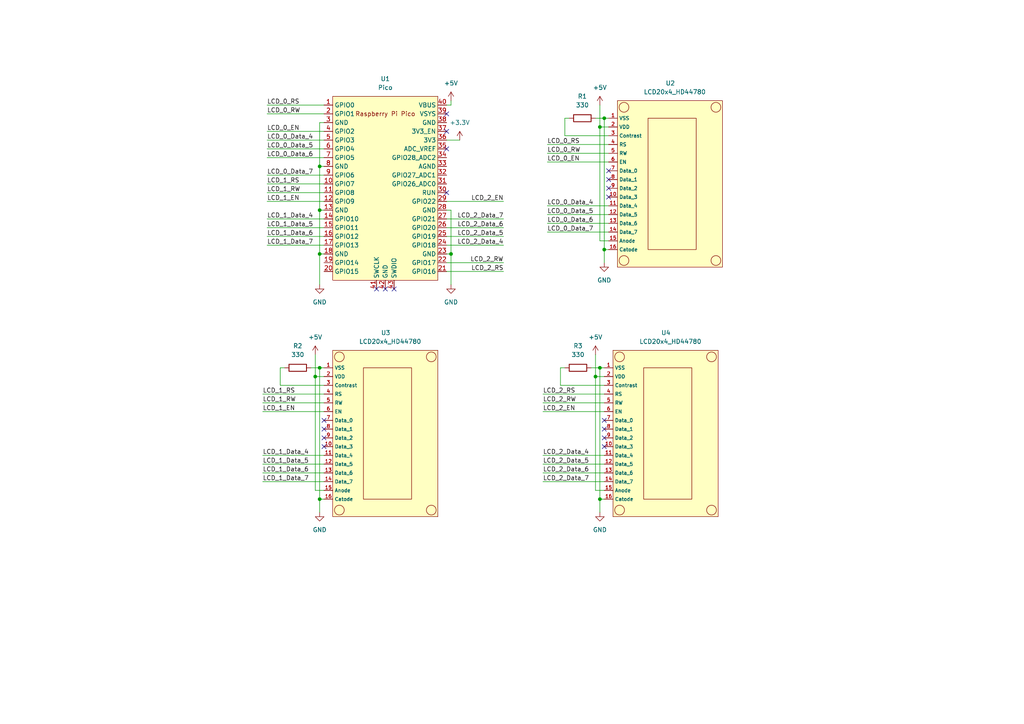
<source format=kicad_sch>
(kicad_sch (version 20211123) (generator eeschema)
  (paper "A4")
  (title_block (title "LCD Demo") (date "2023-01-26") (rev "V1.0") (company "Ant Tech") (comment 1 "Prototype"))
  (lib_symbols
    (symbol "Device:R" (pin_numbers hide) (pin_names (offset 0))
      (property "Reference" "R" (at 2.032 0 90))
      (property "Value" "R" (at 0 0 90))
      (symbol "R_0_1"
        (rectangle (start -1.016 -2.54) (end 1.016 2.54) (stroke (width 0.254)))
      )
      (symbol "R_1_1"
        (pin passive line (at 0 3.81 270) (length 1.27) (name "~") (number "1"))
        (pin passive line (at 0 -3.81 90) (length 1.27) (name "~") (number "2"))
      )
    )
    (symbol "HD44780:LCD20x4_HD44780"
      (property "Reference" "U" (at 0 27.94 0))
      (property "Value" "LCD20x4_HD44780" (at 0 25.4 0))
      (symbol "LCD20x4_HD44780_0_0"
        (pin bidirectional line (at -17.78 19.05 0) (length 2.54) (name "VSS") (number "1"))
        (pin bidirectional line (at -17.78 -3.81 0) (length 2.54) (name "Data_3") (number "10"))
        (pin bidirectional line (at -17.78 -6.35 0) (length 2.54) (name "Data_4") (number "11"))
        (pin bidirectional line (at -17.78 -8.89 0) (length 2.54) (name "Data_5") (number "12"))
        (pin bidirectional line (at -17.78 -11.43 0) (length 2.54) (name "Data_6") (number "13"))
        (pin bidirectional line (at -17.78 -13.97 0) (length 2.54) (name "Data_7") (number "14"))
        (pin bidirectional line (at -17.78 -16.51 0) (length 2.54) (name "Anode") (number "15"))
        (pin bidirectional line (at -17.78 -19.05 0) (length 2.54) (name "Catode") (number "16"))
        (pin bidirectional line (at -17.78 16.51 0) (length 2.54) (name "VDD") (number "2"))
        (pin bidirectional line (at -17.78 13.97 0) (length 2.54) (name "Contrast") (number "3"))
        (pin bidirectional line (at -17.78 11.43 0) (length 2.54) (name "RS") (number "4"))
        (pin bidirectional line (at -17.78 8.89 0) (length 2.54) (name "RW") (number "5"))
        (pin bidirectional line (at -17.78 6.35 0) (length 2.54) (name "EN") (number "6"))
        (pin bidirectional line (at -17.78 3.81 0) (length 2.54) (name "Data_0") (number "7"))
        (pin bidirectional line (at -17.78 1.27 0) (length 2.54) (name "Data_1") (number "8"))
        (pin bidirectional line (at -17.78 -1.27 0) (length 2.54) (name "Data_2") (number "9"))
      )
      (symbol "LCD20x4_HD44780_0_1"
        (rectangle (start -15.24 24.13) (end 15.24 -24.13) (fill (type background)))
        (circle (center -13.335 -22.225) (radius 1.4199))
        (circle (center -13.335 22.225) (radius 1.4199))
        (rectangle (start -6.35 19.05) (end 7.62 -19.05))
        (circle (center 13.335 -22.225) (radius 1.4199))
        (circle (center 13.335 22.225) (radius 1.4199))
      )
    )
    (symbol "MCU_RaspberryPi_and_Boards:Pico"
      (property "Reference" "U" (at -13.97 27.94 0))
      (property "Value" "Pico" (at 0 19.05 0))
      (symbol "Pico_0_0"
        (text "Raspberry Pi Pico" (at 0 21.59 0) (effects (font (size 1.27 1.27))))
      )
      (symbol "Pico_0_1"
        (rectangle (start -15.24 26.67) (end 15.24 -26.67) (fill (type background)))
      )
      (symbol "Pico_1_1"
        (pin bidirectional line (at -17.78 24.13 0) (length 2.54) (name "GPIO0") (number "1"))
        (pin bidirectional line (at -17.78 1.27 0) (length 2.54) (name "GPIO7") (number "10"))
        (pin bidirectional line (at -17.78 -1.27 0) (length 2.54) (name "GPIO8") (number "11"))
        (pin bidirectional line (at -17.78 -3.81 0) (length 2.54) (name "GPIO9") (number "12"))
        (pin power_in line (at -17.78 -6.35 0) (length 2.54) (name "GND") (number "13"))
        (pin bidirectional line (at -17.78 -8.89 0) (length 2.54) (name "GPIO10") (number "14"))
        (pin bidirectional line (at -17.78 -11.43 0) (length 2.54) (name "GPIO11") (number "15"))
        (pin bidirectional line (at -17.78 -13.97 0) (length 2.54) (name "GPIO12") (number "16"))
        (pin bidirectional line (at -17.78 -16.51 0) (length 2.54) (name "GPIO13") (number "17"))
        (pin power_in line (at -17.78 -19.05 0) (length 2.54) (name "GND") (number "18"))
        (pin bidirectional line (at -17.78 -21.59 0) (length 2.54) (name "GPIO14") (number "19"))
        (pin bidirectional line (at -17.78 21.59 0) (length 2.54) (name "GPIO1") (number "2"))
        (pin bidirectional line (at -17.78 -24.13 0) (length 2.54) (name "GPIO15") (number "20"))
        (pin bidirectional line (at 17.78 -24.13 180) (length 2.54) (name "GPIO16") (number "21"))
        (pin bidirectional line (at 17.78 -21.59 180) (length 2.54) (name "GPIO17") (number "22"))
        (pin power_in line (at 17.78 -19.05 180) (length 2.54) (name "GND") (number "23"))
        (pin bidirectional line (at 17.78 -16.51 180) (length 2.54) (name "GPIO18") (number "24"))
        (pin bidirectional line (at 17.78 -13.97 180) (length 2.54) (name "GPIO19") (number "25"))
        (pin bidirectional line (at 17.78 -11.43 180) (length 2.54) (name "GPIO20") (number "26"))
        (pin bidirectional line (at 17.78 -8.89 180) (length 2.54) (name "GPIO21") (number "27"))
        (pin power_in line (at 17.78 -6.35 180) (length 2.54) (name "GND") (number "28"))
        (pin bidirectional line (at 17.78 -3.81 180) (length 2.54) (name "GPIO22") (number "29"))
        (pin power_in line (at -17.78 19.05 0) (length 2.54) (name "GND") (number "3"))
        (pin input line (at 17.78 -1.27 180) (length 2.54) (name "RUN") (number "30"))
        (pin bidirectional line (at 17.78 1.27 180) (length 2.54) (name "GPIO26_ADC0") (number "31"))
        (pin bidirectional line (at 17.78 3.81 180) (length 2.54) (name "GPIO27_ADC1") (number "32"))
        (pin power_in line (at 17.78 6.35 180) (length 2.54) (name "AGND") (number "33"))
        (pin bidirectional line (at 17.78 8.89 180) (length 2.54) (name "GPIO28_ADC2") (number "34"))
        (pin power_in line (at 17.78 11.43 180) (length 2.54) (name "ADC_VREF") (number "35"))
        (pin power_in line (at 17.78 13.97 180) (length 2.54) (name "3V3") (number "36"))
        (pin input line (at 17.78 16.51 180) (length 2.54) (name "3V3_EN") (number "37"))
        (pin bidirectional line (at 17.78 19.05 180) (length 2.54) (name "GND") (number "38"))
        (pin power_in line (at 17.78 21.59 180) (length 2.54) (name "VSYS") (number "39"))
        (pin bidirectional line (at -17.78 16.51 0) (length 2.54) (name "GPIO2") (number "4"))
        (pin power_in line (at 17.78 24.13 180) (length 2.54) (name "VBUS") (number "40"))
        (pin input line (at -2.54 -29.21 90) (length 2.54) (name "SWCLK") (number "41"))
        (pin power_in line (at 0 -29.21 90) (length 2.54) (name "GND") (number "42"))
        (pin bidirectional line (at 2.54 -29.21 90) (length 2.54) (name "SWDIO") (number "43"))
        (pin bidirectional line (at -17.78 13.97 0) (length 2.54) (name "GPIO3") (number "5"))
        (pin bidirectional line (at -17.78 11.43 0) (length 2.54) (name "GPIO4") (number "6"))
        (pin bidirectional line (at -17.78 8.89 0) (length 2.54) (name "GPIO5") (number "7"))
        (pin power_in line (at -17.78 6.35 0) (length 2.54) (name "GND") (number "8"))
        (pin bidirectional line (at -17.78 3.81 0) (length 2.54) (name "GPIO6") (number "9"))
      )
    )
    (symbol "power:+3.3V" (power) (pin_names (offset 0))
      (property "Value" "+3.3V" (at 0 3.556 0))
      (symbol "+3.3V_0_1"
        (polyline (pts (xy -0.762 1.27) (xy 0 2.54)))
        (polyline (pts (xy 0 0) (xy 0 2.54)))
        (polyline (pts (xy 0 2.54) (xy 0.762 1.27)))
      )
      (symbol "+3.3V_1_1"
        (pin power_in line (at 0 0 90) (length 0) hide (name "+3.3V") (number "1"))
      )
    )
    (symbol "power:+5V" (power) (pin_names (offset 0))
      (property "Value" "+5V" (at 0 3.556 0))
      (symbol "+5V_0_1"
        (polyline (pts (xy -0.762 1.27) (xy 0 2.54)))
        (polyline (pts (xy 0 0) (xy 0 2.54)))
        (polyline (pts (xy 0 2.54) (xy 0.762 1.27)))
      )
      (symbol "+5V_1_1"
        (pin power_in line (at 0 0 90) (length 0) hide (name "+5V") (number "1"))
      )
    )
    (symbol "power:GND" (power) (pin_names (offset 0))
      (property "Value" "GND" (at 0 -3.81 0))
      (symbol "GND_0_1"
        (polyline (pts (xy 0 0) (xy 0 -1.27) (xy 1.27 -1.27) (xy 0 -2.54) (xy -1.27 -1.27) (xy 0 -1.27)))
      )
      (symbol "GND_1_1"
        (pin power_in line (at 0 0 270) (length 0) hide (name "GND") (number "1"))
      )
    )
  )
  (junction (at 173.99 144.78))
  (junction (at 92.71 144.78))
  (junction (at 92.71 48.26))
  (junction (at 91.44 109.22))
  (junction (at 173.99 106.68))
  (junction (at 175.26 72.39))
  (junction (at 175.26 34.29))
  (junction (at 173.99 36.83))
  (junction (at 172.72 109.22))
  (junction (at 130.81 73.66))
  (junction (at 92.71 73.66))
  (junction (at 92.71 60.96))
  (junction (at 92.71 106.68))
  (no_connect (at 129.54 33.02))
  (no_connect (at 114.3 83.82))
  (no_connect (at 109.22 83.82))
  (no_connect (at 175.26 129.54))
  (no_connect (at 129.54 38.1))
  (no_connect (at 129.54 43.18))
  (no_connect (at 93.98 121.92))
  (no_connect (at 93.98 129.54))
  (no_connect (at 93.98 124.46))
  (no_connect (at 176.53 49.53))
  (no_connect (at 175.26 124.46))
  (no_connect (at 175.26 121.92))
  (no_connect (at 175.26 127))
  (no_connect (at 129.54 55.88))
  (no_connect (at 176.53 52.07))
  (no_connect (at 176.53 54.61))
  (no_connect (at 93.98 127))
  (no_connect (at 111.76 83.82))
  (no_connect (at 176.53 57.15))
  (wire (pts (xy 77.47 40.64) (xy 93.98 40.64)))
  (wire (pts (xy 76.2 137.16) (xy 93.98 137.16)))
  (wire (pts (xy 162.56 106.68) (xy 162.56 111.76)))
  (wire (pts (xy 173.99 106.68) (xy 175.26 106.68)))
  (wire (pts (xy 130.81 30.48) (xy 130.81 29.21)))
  (wire (pts (xy 77.47 55.88) (xy 93.98 55.88)))
  (wire (pts (xy 76.2 134.62) (xy 93.98 134.62)))
  (wire (pts (xy 158.75 59.69) (xy 176.53 59.69)))
  (wire (pts (xy 157.48 114.3) (xy 175.26 114.3)))
  (wire (pts (xy 158.75 44.45) (xy 176.53 44.45)))
  (wire (pts (xy 76.2 114.3) (xy 93.98 114.3)))
  (wire (pts (xy 77.47 38.1) (xy 93.98 38.1)))
  (wire (pts (xy 175.26 76.2) (xy 175.26 72.39)))
  (wire (pts (xy 175.26 72.39) (xy 175.26 34.29)))
  (wire (pts (xy 92.71 73.66) (xy 93.98 73.66)))
  (wire (pts (xy 129.54 66.04) (xy 146.05 66.04)))
  (wire (pts (xy 171.45 106.68) (xy 173.99 106.68)))
  (wire (pts (xy 173.99 144.78) (xy 173.99 106.68)))
  (wire (pts (xy 157.48 139.7) (xy 175.26 139.7)))
  (wire (pts (xy 92.71 106.68) (xy 93.98 106.68)))
  (wire (pts (xy 92.71 73.66) (xy 92.71 82.55)))
  (wire (pts (xy 129.54 73.66) (xy 130.81 73.66)))
  (wire (pts (xy 157.48 116.84) (xy 175.26 116.84)))
  (wire (pts (xy 77.47 58.42) (xy 93.98 58.42)))
  (wire (pts (xy 130.81 60.96) (xy 129.54 60.96)))
  (wire (pts (xy 129.54 63.5) (xy 146.05 63.5)))
  (wire (pts (xy 92.71 60.96) (xy 92.71 73.66)))
  (wire (pts (xy 162.56 111.76) (xy 175.26 111.76)))
  (wire (pts (xy 173.99 144.78) (xy 175.26 144.78)))
  (wire (pts (xy 163.83 106.68) (xy 162.56 106.68)))
  (wire (pts (xy 173.99 69.85) (xy 176.53 69.85)))
  (wire (pts (xy 172.72 34.29) (xy 175.26 34.29)))
  (wire (pts (xy 175.26 34.29) (xy 176.53 34.29)))
  (wire (pts (xy 129.54 58.42) (xy 146.05 58.42)))
  (wire (pts (xy 163.83 34.29) (xy 163.83 39.37)))
  (wire (pts (xy 90.17 106.68) (xy 92.71 106.68)))
  (wire (pts (xy 82.55 106.68) (xy 81.28 106.68)))
  (wire (pts (xy 129.54 30.48) (xy 130.81 30.48)))
  (wire (pts (xy 130.81 73.66) (xy 130.81 60.96)))
  (wire (pts (xy 91.44 142.24) (xy 93.98 142.24)))
  (wire (pts (xy 129.54 71.12) (xy 146.05 71.12)))
  (wire (pts (xy 163.83 39.37) (xy 176.53 39.37)))
  (wire (pts (xy 165.1 34.29) (xy 163.83 34.29)))
  (wire (pts (xy 158.75 41.91) (xy 176.53 41.91)))
  (wire (pts (xy 92.71 35.56) (xy 93.98 35.56)))
  (wire (pts (xy 77.47 66.04) (xy 93.98 66.04)))
  (wire (pts (xy 81.28 111.76) (xy 93.98 111.76)))
  (wire (pts (xy 92.71 35.56) (xy 92.71 48.26)))
  (wire (pts (xy 91.44 109.22) (xy 91.44 142.24)))
  (wire (pts (xy 158.75 64.77) (xy 176.53 64.77)))
  (wire (pts (xy 158.75 67.31) (xy 176.53 67.31)))
  (wire (pts (xy 129.54 40.64) (xy 133.35 40.64)))
  (wire (pts (xy 92.71 48.26) (xy 93.98 48.26)))
  (wire (pts (xy 173.99 36.83) (xy 173.99 69.85)))
  (wire (pts (xy 76.2 116.84) (xy 93.98 116.84)))
  (wire (pts (xy 129.54 76.2) (xy 146.05 76.2)))
  (wire (pts (xy 76.2 119.38) (xy 93.98 119.38)))
  (wire (pts (xy 129.54 78.74) (xy 146.05 78.74)))
  (wire (pts (xy 158.75 62.23) (xy 176.53 62.23)))
  (wire (pts (xy 81.28 106.68) (xy 81.28 111.76)))
  (wire (pts (xy 91.44 109.22) (xy 91.44 102.87)))
  (wire (pts (xy 92.71 60.96) (xy 93.98 60.96)))
  (wire (pts (xy 77.47 71.12) (xy 93.98 71.12)))
  (wire (pts (xy 93.98 109.22) (xy 91.44 109.22)))
  (wire (pts (xy 77.47 43.18) (xy 93.98 43.18)))
  (wire (pts (xy 77.47 53.34) (xy 93.98 53.34)))
  (wire (pts (xy 92.71 148.59) (xy 92.71 144.78)))
  (wire (pts (xy 76.2 139.7) (xy 93.98 139.7)))
  (wire (pts (xy 157.48 119.38) (xy 175.26 119.38)))
  (wire (pts (xy 92.71 48.26) (xy 92.71 60.96)))
  (wire (pts (xy 173.99 148.59) (xy 173.99 144.78)))
  (wire (pts (xy 175.26 109.22) (xy 172.72 109.22)))
  (wire (pts (xy 77.47 33.02) (xy 93.98 33.02)))
  (wire (pts (xy 172.72 142.24) (xy 175.26 142.24)))
  (wire (pts (xy 77.47 68.58) (xy 93.98 68.58)))
  (wire (pts (xy 76.2 132.08) (xy 93.98 132.08)))
  (wire (pts (xy 77.47 63.5) (xy 93.98 63.5)))
  (wire (pts (xy 77.47 50.8) (xy 93.98 50.8)))
  (wire (pts (xy 157.48 137.16) (xy 175.26 137.16)))
  (wire (pts (xy 175.26 72.39) (xy 176.53 72.39)))
  (wire (pts (xy 172.72 109.22) (xy 172.72 102.87)))
  (wire (pts (xy 77.47 45.72) (xy 93.98 45.72)))
  (wire (pts (xy 130.81 82.55) (xy 130.81 73.66)))
  (wire (pts (xy 157.48 134.62) (xy 175.26 134.62)))
  (wire (pts (xy 172.72 109.22) (xy 172.72 142.24)))
  (wire (pts (xy 77.47 30.48) (xy 93.98 30.48)))
  (wire (pts (xy 158.75 46.99) (xy 176.53 46.99)))
  (wire (pts (xy 92.71 144.78) (xy 93.98 144.78)))
  (wire (pts (xy 129.54 68.58) (xy 146.05 68.58)))
  (wire (pts (xy 157.48 132.08) (xy 175.26 132.08)))
  (wire (pts (xy 173.99 36.83) (xy 173.99 30.48)))
  (wire (pts (xy 92.71 144.78) (xy 92.71 106.68)))
  (wire (pts (xy 176.53 36.83) (xy 173.99 36.83)))
  (label "LCD_0_EN" (at 158.75 46.99 0))
  (label "LCD_0_Data_4" (at 158.75 59.69 0))
  (label "LCD_2_RW" (at 146.05 76.2 180))
  (label "LCD_0_RS" (at 158.75 41.91 0))
  (label "LCD_0_Data_6" (at 77.47 45.72 0))
  (label "LCD_0_RW" (at 77.47 33.02 0))
  (label "LCD_2_Data_6" (at 146.05 66.04 180))
  (label "LCD_0_EN" (at 77.47 38.1 0))
  (label "LCD_1_Data_6" (at 77.47 68.58 0))
  (label "LCD_1_RS" (at 77.47 53.34 0))
  (label "LCD_2_Data_7" (at 157.48 139.7 0))
  (label "LCD_0_RS" (at 77.47 30.48 0))
  (label "LCD_2_Data_4" (at 157.48 132.08 0))
  (label "LCD_1_EN" (at 77.47 58.42 0))
  (label "LCD_1_Data_6" (at 76.2 137.16 0))
  (label "LCD_1_Data_4" (at 77.47 63.5 0))
  (label "LCD_1_RS" (at 76.2 114.3 0))
  (label "LCD_1_RW" (at 77.47 55.88 0))
  (label "LCD_0_Data_7" (at 158.75 67.31 0))
  (label "LCD_1_EN" (at 76.2 119.38 0))
  (label "LCD_2_Data_5" (at 146.05 68.58 180))
  (label "LCD_1_Data_4" (at 76.2 132.08 0))
  (label "LCD_2_Data_7" (at 146.05 63.5 180))
  (label "LCD_1_Data_5" (at 76.2 134.62 0))
  (label "LCD_2_Data_4" (at 146.05 71.12 180))
  (label "LCD_0_RW" (at 158.75 44.45 0))
  (label "LCD_2_RS" (at 157.48 114.3 0))
  (label "LCD_0_Data_5" (at 158.75 62.23 0))
  (label "LCD_2_EN" (at 146.05 58.42 180))
  (label "LCD_2_Data_6" (at 157.48 137.16 0))
  (label "LCD_1_RW" (at 76.2 116.84 0))
  (label "LCD_0_Data_6" (at 158.75 64.77 0))
  (label "LCD_1_Data_7" (at 76.2 139.7 0))
  (label "LCD_1_Data_7" (at 77.47 71.12 0))
  (label "LCD_2_RW" (at 157.48 116.84 0))
  (label "LCD_2_Data_5" (at 157.48 134.62 0))
  (label "LCD_0_Data_5" (at 77.47 43.18 0))
  (label "LCD_0_Data_7" (at 77.47 50.8 0))
  (label "LCD_0_Data_4" (at 77.47 40.64 0))
  (label "LCD_2_RS" (at 146.05 78.74 180))
  (label "LCD_2_EN" (at 157.48 119.38 0))
  (label "LCD_1_Data_5" (at 77.47 66.04 0))
  (symbol (lib_id "power:GND") (at 130.81 82.55 0) (unit 1)
    (property "Reference" "#PWR0110" (effects hide))
    (property "Value" "GND" (at 130.81 87.63 0))
  )
  (symbol (lib_id "power:GND") (at 92.71 82.55 0) (unit 1)
    (property "Reference" "#PWR0109" (effects hide))
    (property "Value" "GND" (at 92.71 87.63 0))
  )
  (symbol (lib_id "power:+3.3V") (at 133.35 40.64 0) (unit 1)
    (property "Reference" "#PWR0111" (effects hide))
    (property "Value" "+3.3V" (at 133.35 35.56 0))
  )
  (symbol (lib_id "HD44780:LCD20x4_HD44780") (at 193.04 125.73 0) (unit 1)
    (property "Reference" "U4" (at 191.77 96.52 0) (effects (justify left)))
    (property "Value" "LCD20x4_HD44780" (at 185.42 99.06 0) (effects (justify left)))
    (property "Footprint" "HD44780:HD44780 2004A" (effects hide))
  )
  (symbol (lib_id "Device:R") (at 167.64 106.68 90) (unit 1)
    (property "Reference" "R3" (at 167.64 100.33 90))
    (property "Value" "330" (at 167.64 102.87 90))
    (property "Footprint" "Resistor_SMD:R_2010_5025Metric" (effects hide))
  )
  (symbol (lib_id "HD44780:LCD20x4_HD44780") (at 194.31 53.34 0) (unit 1)
    (property "Reference" "U2" (at 193.04 24.13 0) (effects (justify left)))
    (property "Value" "LCD20x4_HD44780" (at 186.69 26.67 0) (effects (justify left)))
    (property "Footprint" "HD44780:HD44780 2004A" (effects hide))
  )
  (symbol (lib_id "power:GND") (at 92.71 148.59 0) (unit 1)
    (property "Reference" "#PWR02" (effects hide))
    (property "Value" "GND" (at 92.71 153.67 0))
  )
  (symbol (lib_id "power:+5V") (at 130.81 29.21 0) (unit 1)
    (property "Reference" "#PWR010" (effects hide))
    (property "Value" "+5V" (at 130.81 24.13 0))
  )
  (symbol (lib_id "Device:R") (at 168.91 34.29 90) (unit 1)
    (property "Reference" "R1" (at 168.91 27.94 90))
    (property "Value" "330" (at 168.91 30.48 90))
    (property "Footprint" "Resistor_SMD:R_2010_5025Metric" (effects hide))
  )
  (symbol (lib_id "power:+5V") (at 173.99 30.48 0) (unit 1)
    (property "Reference" "#PWR0106" (effects hide))
    (property "Value" "+5V" (at 173.99 25.4 0))
  )
  (symbol (lib_id "Device:R") (at 86.36 106.68 90) (unit 1)
    (property "Reference" "R2" (at 86.36 100.33 90))
    (property "Value" "330" (at 86.36 102.87 90))
    (property "Footprint" "Resistor_SMD:R_2010_5025Metric" (effects hide))
  )
  (symbol (lib_id "MCU_RaspberryPi_and_Boards:Pico") (at 111.76 54.61 0) (unit 1)
    (property "Reference" "U1" (at 111.76 22.86 0))
    (property "Value" "Pico" (at 111.76 25.4 0))
    (property "Footprint" "MCU_RaspberryPi_and_Boards:RPi_Pico_SMD_TH" (effects hide))
  )
  (symbol (lib_id "power:+5V") (at 172.72 102.87 0) (unit 1)
    (property "Reference" "#PWR03" (effects hide))
    (property "Value" "+5V" (at 172.72 97.79 0))
  )
  (symbol (lib_id "power:GND") (at 173.99 148.59 0) (unit 1)
    (property "Reference" "#PWR04" (effects hide))
    (property "Value" "GND" (at 173.99 153.67 0))
  )
  (symbol (lib_id "power:GND") (at 175.26 76.2 0) (unit 1)
    (property "Reference" "#PWR0105" (effects hide))
    (property "Value" "GND" (at 175.26 81.28 0))
  )
  (symbol (lib_id "HD44780:LCD20x4_HD44780") (at 111.76 125.73 0) (unit 1)
    (property "Reference" "U3" (at 110.49 96.52 0) (effects (justify left)))
    (property "Value" "LCD20x4_HD44780" (at 104.14 99.06 0) (effects (justify left)))
    (property "Footprint" "HD44780:HD44780 2004A" (effects hide))
  )
  (symbol (lib_id "power:+5V") (at 91.44 102.87 0) (unit 1)
    (property "Reference" "#PWR01" (effects hide))
    (property "Value" "+5V" (at 91.44 97.79 0))
  )
)
</source>
